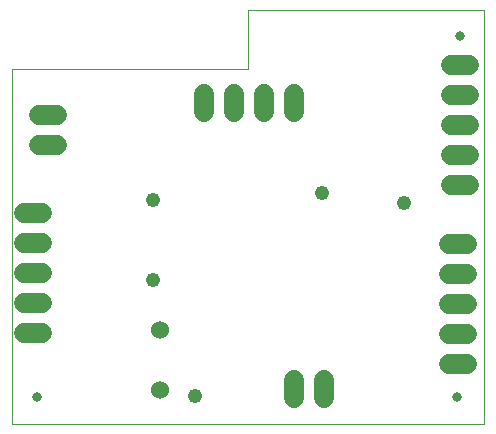
<source format=gbs>
G75*
%MOIN*%
%OFA0B0*%
%FSLAX25Y25*%
%IPPOS*%
%LPD*%
%AMOC8*
5,1,8,0,0,1.08239X$1,22.5*
%
%ADD10C,0.00000*%
%ADD11C,0.03162*%
%ADD12C,0.06800*%
%ADD13C,0.06000*%
%ADD14C,0.04762*%
D10*
X0002092Y0002201D02*
X0002092Y0120311D01*
X0080832Y0120311D01*
X0080832Y0139996D01*
X0159572Y0139996D01*
X0159572Y0002201D01*
X0002092Y0002201D01*
X0009179Y0011059D02*
X0009181Y0011128D01*
X0009187Y0011196D01*
X0009197Y0011264D01*
X0009211Y0011331D01*
X0009229Y0011398D01*
X0009250Y0011463D01*
X0009276Y0011527D01*
X0009305Y0011589D01*
X0009337Y0011649D01*
X0009373Y0011708D01*
X0009413Y0011764D01*
X0009455Y0011818D01*
X0009501Y0011869D01*
X0009550Y0011918D01*
X0009601Y0011964D01*
X0009655Y0012006D01*
X0009711Y0012046D01*
X0009769Y0012082D01*
X0009830Y0012114D01*
X0009892Y0012143D01*
X0009956Y0012169D01*
X0010021Y0012190D01*
X0010088Y0012208D01*
X0010155Y0012222D01*
X0010223Y0012232D01*
X0010291Y0012238D01*
X0010360Y0012240D01*
X0010429Y0012238D01*
X0010497Y0012232D01*
X0010565Y0012222D01*
X0010632Y0012208D01*
X0010699Y0012190D01*
X0010764Y0012169D01*
X0010828Y0012143D01*
X0010890Y0012114D01*
X0010950Y0012082D01*
X0011009Y0012046D01*
X0011065Y0012006D01*
X0011119Y0011964D01*
X0011170Y0011918D01*
X0011219Y0011869D01*
X0011265Y0011818D01*
X0011307Y0011764D01*
X0011347Y0011708D01*
X0011383Y0011649D01*
X0011415Y0011589D01*
X0011444Y0011527D01*
X0011470Y0011463D01*
X0011491Y0011398D01*
X0011509Y0011331D01*
X0011523Y0011264D01*
X0011533Y0011196D01*
X0011539Y0011128D01*
X0011541Y0011059D01*
X0011539Y0010990D01*
X0011533Y0010922D01*
X0011523Y0010854D01*
X0011509Y0010787D01*
X0011491Y0010720D01*
X0011470Y0010655D01*
X0011444Y0010591D01*
X0011415Y0010529D01*
X0011383Y0010468D01*
X0011347Y0010410D01*
X0011307Y0010354D01*
X0011265Y0010300D01*
X0011219Y0010249D01*
X0011170Y0010200D01*
X0011119Y0010154D01*
X0011065Y0010112D01*
X0011009Y0010072D01*
X0010951Y0010036D01*
X0010890Y0010004D01*
X0010828Y0009975D01*
X0010764Y0009949D01*
X0010699Y0009928D01*
X0010632Y0009910D01*
X0010565Y0009896D01*
X0010497Y0009886D01*
X0010429Y0009880D01*
X0010360Y0009878D01*
X0010291Y0009880D01*
X0010223Y0009886D01*
X0010155Y0009896D01*
X0010088Y0009910D01*
X0010021Y0009928D01*
X0009956Y0009949D01*
X0009892Y0009975D01*
X0009830Y0010004D01*
X0009769Y0010036D01*
X0009711Y0010072D01*
X0009655Y0010112D01*
X0009601Y0010154D01*
X0009550Y0010200D01*
X0009501Y0010249D01*
X0009455Y0010300D01*
X0009413Y0010354D01*
X0009373Y0010410D01*
X0009337Y0010468D01*
X0009305Y0010529D01*
X0009276Y0010591D01*
X0009250Y0010655D01*
X0009229Y0010720D01*
X0009211Y0010787D01*
X0009197Y0010854D01*
X0009187Y0010922D01*
X0009181Y0010990D01*
X0009179Y0011059D01*
X0149139Y0011059D02*
X0149141Y0011128D01*
X0149147Y0011196D01*
X0149157Y0011264D01*
X0149171Y0011331D01*
X0149189Y0011398D01*
X0149210Y0011463D01*
X0149236Y0011527D01*
X0149265Y0011589D01*
X0149297Y0011649D01*
X0149333Y0011708D01*
X0149373Y0011764D01*
X0149415Y0011818D01*
X0149461Y0011869D01*
X0149510Y0011918D01*
X0149561Y0011964D01*
X0149615Y0012006D01*
X0149671Y0012046D01*
X0149729Y0012082D01*
X0149790Y0012114D01*
X0149852Y0012143D01*
X0149916Y0012169D01*
X0149981Y0012190D01*
X0150048Y0012208D01*
X0150115Y0012222D01*
X0150183Y0012232D01*
X0150251Y0012238D01*
X0150320Y0012240D01*
X0150389Y0012238D01*
X0150457Y0012232D01*
X0150525Y0012222D01*
X0150592Y0012208D01*
X0150659Y0012190D01*
X0150724Y0012169D01*
X0150788Y0012143D01*
X0150850Y0012114D01*
X0150910Y0012082D01*
X0150969Y0012046D01*
X0151025Y0012006D01*
X0151079Y0011964D01*
X0151130Y0011918D01*
X0151179Y0011869D01*
X0151225Y0011818D01*
X0151267Y0011764D01*
X0151307Y0011708D01*
X0151343Y0011649D01*
X0151375Y0011589D01*
X0151404Y0011527D01*
X0151430Y0011463D01*
X0151451Y0011398D01*
X0151469Y0011331D01*
X0151483Y0011264D01*
X0151493Y0011196D01*
X0151499Y0011128D01*
X0151501Y0011059D01*
X0151499Y0010990D01*
X0151493Y0010922D01*
X0151483Y0010854D01*
X0151469Y0010787D01*
X0151451Y0010720D01*
X0151430Y0010655D01*
X0151404Y0010591D01*
X0151375Y0010529D01*
X0151343Y0010468D01*
X0151307Y0010410D01*
X0151267Y0010354D01*
X0151225Y0010300D01*
X0151179Y0010249D01*
X0151130Y0010200D01*
X0151079Y0010154D01*
X0151025Y0010112D01*
X0150969Y0010072D01*
X0150911Y0010036D01*
X0150850Y0010004D01*
X0150788Y0009975D01*
X0150724Y0009949D01*
X0150659Y0009928D01*
X0150592Y0009910D01*
X0150525Y0009896D01*
X0150457Y0009886D01*
X0150389Y0009880D01*
X0150320Y0009878D01*
X0150251Y0009880D01*
X0150183Y0009886D01*
X0150115Y0009896D01*
X0150048Y0009910D01*
X0149981Y0009928D01*
X0149916Y0009949D01*
X0149852Y0009975D01*
X0149790Y0010004D01*
X0149729Y0010036D01*
X0149671Y0010072D01*
X0149615Y0010112D01*
X0149561Y0010154D01*
X0149510Y0010200D01*
X0149461Y0010249D01*
X0149415Y0010300D01*
X0149373Y0010354D01*
X0149333Y0010410D01*
X0149297Y0010468D01*
X0149265Y0010529D01*
X0149236Y0010591D01*
X0149210Y0010655D01*
X0149189Y0010720D01*
X0149171Y0010787D01*
X0149157Y0010854D01*
X0149147Y0010922D01*
X0149141Y0010990D01*
X0149139Y0011059D01*
X0150321Y0131531D02*
X0150323Y0131600D01*
X0150329Y0131668D01*
X0150339Y0131736D01*
X0150353Y0131803D01*
X0150371Y0131870D01*
X0150392Y0131935D01*
X0150418Y0131999D01*
X0150447Y0132061D01*
X0150479Y0132121D01*
X0150515Y0132180D01*
X0150555Y0132236D01*
X0150597Y0132290D01*
X0150643Y0132341D01*
X0150692Y0132390D01*
X0150743Y0132436D01*
X0150797Y0132478D01*
X0150853Y0132518D01*
X0150911Y0132554D01*
X0150972Y0132586D01*
X0151034Y0132615D01*
X0151098Y0132641D01*
X0151163Y0132662D01*
X0151230Y0132680D01*
X0151297Y0132694D01*
X0151365Y0132704D01*
X0151433Y0132710D01*
X0151502Y0132712D01*
X0151571Y0132710D01*
X0151639Y0132704D01*
X0151707Y0132694D01*
X0151774Y0132680D01*
X0151841Y0132662D01*
X0151906Y0132641D01*
X0151970Y0132615D01*
X0152032Y0132586D01*
X0152092Y0132554D01*
X0152151Y0132518D01*
X0152207Y0132478D01*
X0152261Y0132436D01*
X0152312Y0132390D01*
X0152361Y0132341D01*
X0152407Y0132290D01*
X0152449Y0132236D01*
X0152489Y0132180D01*
X0152525Y0132121D01*
X0152557Y0132061D01*
X0152586Y0131999D01*
X0152612Y0131935D01*
X0152633Y0131870D01*
X0152651Y0131803D01*
X0152665Y0131736D01*
X0152675Y0131668D01*
X0152681Y0131600D01*
X0152683Y0131531D01*
X0152681Y0131462D01*
X0152675Y0131394D01*
X0152665Y0131326D01*
X0152651Y0131259D01*
X0152633Y0131192D01*
X0152612Y0131127D01*
X0152586Y0131063D01*
X0152557Y0131001D01*
X0152525Y0130940D01*
X0152489Y0130882D01*
X0152449Y0130826D01*
X0152407Y0130772D01*
X0152361Y0130721D01*
X0152312Y0130672D01*
X0152261Y0130626D01*
X0152207Y0130584D01*
X0152151Y0130544D01*
X0152093Y0130508D01*
X0152032Y0130476D01*
X0151970Y0130447D01*
X0151906Y0130421D01*
X0151841Y0130400D01*
X0151774Y0130382D01*
X0151707Y0130368D01*
X0151639Y0130358D01*
X0151571Y0130352D01*
X0151502Y0130350D01*
X0151433Y0130352D01*
X0151365Y0130358D01*
X0151297Y0130368D01*
X0151230Y0130382D01*
X0151163Y0130400D01*
X0151098Y0130421D01*
X0151034Y0130447D01*
X0150972Y0130476D01*
X0150911Y0130508D01*
X0150853Y0130544D01*
X0150797Y0130584D01*
X0150743Y0130626D01*
X0150692Y0130672D01*
X0150643Y0130721D01*
X0150597Y0130772D01*
X0150555Y0130826D01*
X0150515Y0130882D01*
X0150479Y0130940D01*
X0150447Y0131001D01*
X0150418Y0131063D01*
X0150392Y0131127D01*
X0150371Y0131192D01*
X0150353Y0131259D01*
X0150339Y0131326D01*
X0150329Y0131394D01*
X0150323Y0131462D01*
X0150321Y0131531D01*
D11*
X0151502Y0131531D03*
X0150320Y0011059D03*
X0010360Y0011059D03*
D12*
X0012100Y0032437D02*
X0006100Y0032437D01*
X0006100Y0042437D02*
X0012100Y0042437D01*
X0012100Y0052437D02*
X0006100Y0052437D01*
X0006100Y0062437D02*
X0012100Y0062437D01*
X0012100Y0072437D02*
X0006100Y0072437D01*
X0011061Y0095075D02*
X0017061Y0095075D01*
X0017061Y0105075D02*
X0011061Y0105075D01*
X0066147Y0105933D02*
X0066147Y0111933D01*
X0076147Y0111933D02*
X0076147Y0105933D01*
X0086147Y0105933D02*
X0086147Y0111933D01*
X0096147Y0111933D02*
X0096147Y0105933D01*
X0147832Y0062004D02*
X0153832Y0062004D01*
X0153832Y0052004D02*
X0147832Y0052004D01*
X0147832Y0042004D02*
X0153832Y0042004D01*
X0153832Y0032004D02*
X0147832Y0032004D01*
X0147832Y0022004D02*
X0153832Y0022004D01*
X0106265Y0016657D02*
X0106265Y0010657D01*
X0096265Y0010657D02*
X0096265Y0016657D01*
X0148541Y0081846D02*
X0154541Y0081846D01*
X0154541Y0091846D02*
X0148541Y0091846D01*
X0148541Y0101846D02*
X0154541Y0101846D01*
X0154541Y0111846D02*
X0148541Y0111846D01*
X0148541Y0121846D02*
X0154541Y0121846D01*
D13*
X0051423Y0033500D03*
X0051423Y0013500D03*
D14*
X0063313Y0011453D03*
X0049139Y0050232D03*
X0049139Y0076807D03*
X0105439Y0079169D03*
X0132801Y0075823D03*
M02*

</source>
